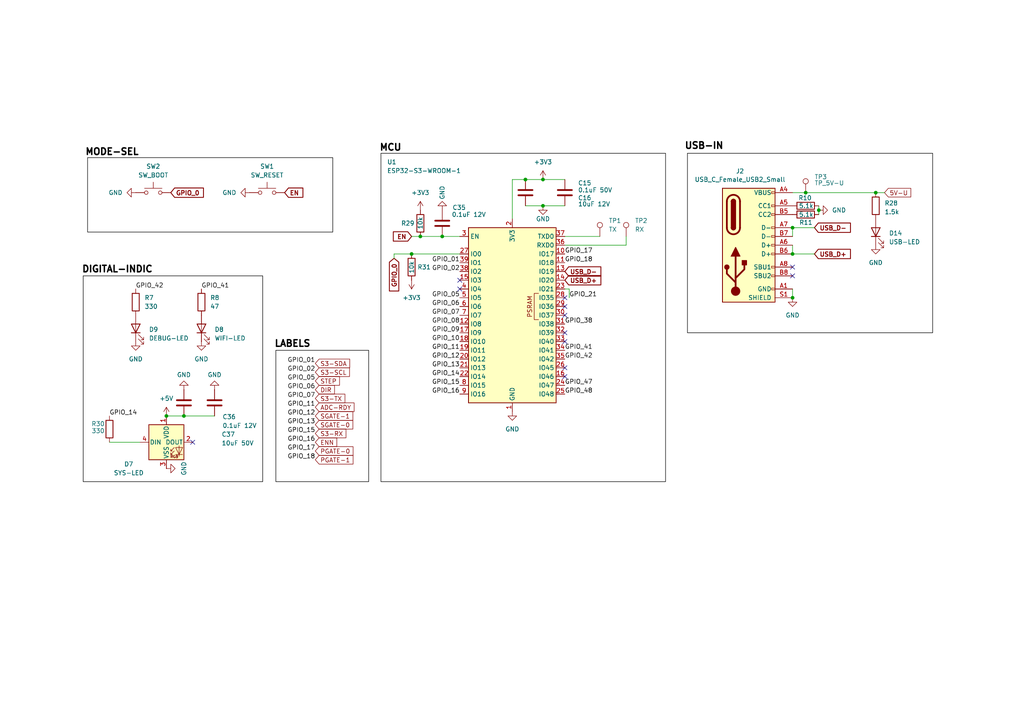
<source format=kicad_sch>
(kicad_sch (version 20231120) (generator "eeschema") (generator_version "8.0")
  (paper "A4")
  (title_block (title "ESP32-S3 Breakout Circuitry") (company "Jeevan Sanchez"))
  (lib_symbols
    (symbol "Connector:TestPoint" (pin_numbers hide) (pin_names (offset 0.762) hide)
      (property "Reference" "TP" (at 0 6.858 0))
      (property "Value" "TestPoint" (at 0 5.08 0))
      (symbol "TestPoint_0_1"
        (circle (center 0 3.302) (radius 0.762))
      )
      (symbol "TestPoint_1_1"
        (pin passive line (at 0 0 90) (length 2.54) (name "1") (number "1"))
      )
    )
    (symbol "Device:C" (pin_numbers hide) (pin_names (offset 0.254))
      (property "Reference" "C" (at 0.635 2.54 0))
      (property "Value" "C" (at 0.635 -2.54 0))
      (symbol "C_0_1"
        (polyline (pts (xy -2.032 -0.762) (xy 2.032 -0.762)) (stroke (width 0.508)))
        (polyline (pts (xy -2.032 0.762) (xy 2.032 0.762)) (stroke (width 0.508)))
      )
      (symbol "C_1_1"
        (pin passive line (at 0 3.81 270) (length 2.794) (name "~") (number "1"))
        (pin passive line (at 0 -3.81 90) (length 2.794) (name "~") (number "2"))
      )
    )
    (symbol "Device:LED" (pin_numbers hide) (pin_names (offset 1.016) hide)
      (property "Reference" "D" (at 0 2.54 0))
      (property "Value" "LED" (at 0 -2.54 0))
      (symbol "LED_0_1"
        (polyline (pts (xy -1.27 -1.27) (xy -1.27 1.27)) (stroke (width 0.254)))
        (polyline (pts (xy -1.27 0) (xy 1.27 0)))
        (polyline (pts (xy 1.27 -1.27) (xy 1.27 1.27) (xy -1.27 0) (xy 1.27 -1.27)) (stroke (width 0.254)))
        (polyline (pts (xy -3.048 -0.762) (xy -4.572 -2.286) (xy -3.81 -2.286) (xy -4.572 -2.286) (xy -4.572 -1.524)))
        (polyline (pts (xy -1.778 -0.762) (xy -3.302 -2.286) (xy -2.54 -2.286) (xy -3.302 -2.286) (xy -3.302 -1.524)))
      )
      (symbol "LED_1_1"
        (pin passive line (at -3.81 0 0) (length 2.54) (name "K") (number "1"))
        (pin passive line (at 3.81 0 180) (length 2.54) (name "A") (number "2"))
      )
    )
    (symbol "Device:R" (pin_numbers hide) (pin_names (offset 0))
      (property "Reference" "R" (at 2.032 0 90))
      (property "Value" "R" (at 0 0 90))
      (symbol "R_0_1"
        (rectangle (start -1.016 -2.54) (end 1.016 2.54) (stroke (width 0.254)))
      )
      (symbol "R_1_1"
        (pin passive line (at 0 3.81 270) (length 1.27) (name "~") (number "1"))
        (pin passive line (at 0 -3.81 90) (length 1.27) (name "~") (number "2"))
      )
    )
    (symbol "LED:WS2812B" (pin_names (offset 0.254))
      (property "Reference" "D" (at 5.08 5.715 0))
      (property "Value" "WS2812B" (at 1.27 -5.715 0))
      (symbol "WS2812B_0_0"
        (text "RGB" (at 2.286 -4.191 0) (effects (font (size 0.762 0.762))))
      )
      (symbol "WS2812B_0_1"
        (polyline (pts (xy 1.27 -3.556) (xy 1.778 -3.556)))
        (polyline (pts (xy 1.27 -2.54) (xy 1.778 -2.54)))
        (polyline (pts (xy 4.699 -3.556) (xy 2.667 -3.556)))
        (polyline (pts (xy 2.286 -2.54) (xy 1.27 -3.556) (xy 1.27 -3.048)))
        (polyline (pts (xy 2.286 -1.524) (xy 1.27 -2.54) (xy 1.27 -2.032)))
        (polyline (pts (xy 3.683 -1.016) (xy 3.683 -3.556) (xy 3.683 -4.064)))
        (polyline (pts (xy 4.699 -1.524) (xy 2.667 -1.524) (xy 3.683 -3.556) (xy 4.699 -1.524)))
        (rectangle (start 5.08 5.08) (end -5.08 -5.08) (stroke (width 0.254)) (fill (type background)))
      )
      (symbol "WS2812B_1_1"
        (pin power_in line (at 0 7.62 270) (length 2.54) (name "VDD") (number "1"))
        (pin output line (at 7.62 0 180) (length 2.54) (name "DOUT") (number "2"))
        (pin power_in line (at 0 -7.62 90) (length 2.54) (name "VSS") (number "3"))
        (pin input line (at -7.62 0 0) (length 2.54) (name "DIN") (number "4"))
      )
    )
    (symbol "RF_Module:ESP32-S3-WROOM-1"
      (property "Reference" "U" (at -12.7 26.67 0))
      (property "Value" "ESP32-S3-WROOM-1" (at 12.7 26.67 0))
      (symbol "ESP32-S3-WROOM-1_0_0"
        (rectangle (start -12.7 25.4) (end 12.7 -25.4) (stroke (width 0.254)) (fill (type background)))
        (text "PSRAM" (at 5.08 2.54 900) (effects (font (size 1.27 1.27))))
      )
      (symbol "ESP32-S3-WROOM-1_0_1"
        (polyline (pts (xy 7.62 -1.27) (xy 6.35 -1.27) (xy 6.35 6.35) (xy 7.62 6.35)))
      )
      (symbol "ESP32-S3-WROOM-1_1_1"
        (pin power_in line (at 0 -27.94 90) (length 2.54) (name "GND") (number "1"))
        (pin bidirectional line (at 15.24 17.78 180) (length 2.54) (name "IO17") (number "10"))
        (pin bidirectional line (at 15.24 15.24 180) (length 2.54) (name "IO18") (number "11"))
        (pin bidirectional line (at -15.24 -2.54 0) (length 2.54) (name "IO8") (number "12"))
        (pin bidirectional line (at 15.24 12.7 180) (length 2.54) (name "IO19") (number "13"))
        (pin bidirectional line (at 15.24 10.16 180) (length 2.54) (name "IO20") (number "14"))
        (pin bidirectional line (at -15.24 10.16 0) (length 2.54) (name "IO3") (number "15"))
        (pin bidirectional line (at 15.24 -17.78 180) (length 2.54) (name "IO46") (number "16"))
        (pin bidirectional line (at -15.24 -5.08 0) (length 2.54) (name "IO9") (number "17"))
        (pin bidirectional line (at -15.24 -7.62 0) (length 2.54) (name "IO10") (number "18"))
        (pin bidirectional line (at -15.24 -10.16 0) (length 2.54) (name "IO11") (number "19"))
        (pin power_in line (at 0 27.94 270) (length 2.54) (name "3V3") (number "2"))
        (pin bidirectional line (at -15.24 -12.7 0) (length 2.54) (name "IO12") (number "20"))
        (pin bidirectional line (at -15.24 -15.24 0) (length 2.54) (name "IO13") (number "21"))
        (pin bidirectional line (at -15.24 -17.78 0) (length 2.54) (name "IO14") (number "22"))
        (pin bidirectional line (at 15.24 7.62 180) (length 2.54) (name "IO21") (number "23"))
        (pin bidirectional line (at 15.24 -20.32 180) (length 2.54) (name "IO47") (number "24"))
        (pin bidirectional line (at 15.24 -22.86 180) (length 2.54) (name "IO48") (number "25"))
        (pin bidirectional line (at 15.24 -15.24 180) (length 2.54) (name "IO45") (number "26"))
        (pin bidirectional line (at -15.24 17.78 0) (length 2.54) (name "IO0") (number "27"))
        (pin bidirectional line (at 15.24 5.08 180) (length 2.54) (name "IO35") (number "28"))
        (pin bidirectional line (at 15.24 2.54 180) (length 2.54) (name "IO36") (number "29"))
        (pin input line (at -15.24 22.86 0) (length 2.54) (name "EN") (number "3"))
        (pin bidirectional line (at 15.24 0 180) (length 2.54) (name "IO37") (number "30"))
        (pin bidirectional line (at 15.24 -2.54 180) (length 2.54) (name "IO38") (number "31"))
        (pin bidirectional line (at 15.24 -5.08 180) (length 2.54) (name "IO39") (number "32"))
        (pin bidirectional line (at 15.24 -7.62 180) (length 2.54) (name "IO40") (number "33"))
        (pin bidirectional line (at 15.24 -10.16 180) (length 2.54) (name "IO41") (number "34"))
        (pin bidirectional line (at 15.24 -12.7 180) (length 2.54) (name "IO42") (number "35"))
        (pin bidirectional line (at 15.24 20.32 180) (length 2.54) (name "RXD0") (number "36"))
        (pin bidirectional line (at 15.24 22.86 180) (length 2.54) (name "TXD0") (number "37"))
        (pin bidirectional line (at -15.24 12.7 0) (length 2.54) (name "IO2") (number "38"))
        (pin bidirectional line (at -15.24 15.24 0) (length 2.54) (name "IO1") (number "39"))
        (pin bidirectional line (at -15.24 7.62 0) (length 2.54) (name "IO4") (number "4"))
        (pin passive line (at 0 -27.94 90) (length 2.54) hide (name "GND") (number "40"))
        (pin passive line (at 0 -27.94 90) (length 2.54) hide (name "GND") (number "41"))
        (pin bidirectional line (at -15.24 5.08 0) (length 2.54) (name "IO5") (number "5"))
        (pin bidirectional line (at -15.24 2.54 0) (length 2.54) (name "IO6") (number "6"))
        (pin bidirectional line (at -15.24 0 0) (length 2.54) (name "IO7") (number "7"))
        (pin bidirectional line (at -15.24 -20.32 0) (length 2.54) (name "IO15") (number "8"))
        (pin bidirectional line (at -15.24 -22.86 0) (length 2.54) (name "IO16") (number "9"))
      )
    )
    (symbol "Switch:SW_Push" (pin_numbers hide) (pin_names (offset 1.016) hide)
      (property "Reference" "SW" (at 1.27 2.54 0))
      (property "Value" "SW_Push" (at 0 -1.524 0))
      (symbol "SW_Push_0_1"
        (circle (center -2.032 0) (radius 0.508))
        (polyline (pts (xy 0 1.27) (xy 0 3.048)))
        (polyline (pts (xy 2.54 1.27) (xy -2.54 1.27)))
        (circle (center 2.032 0) (radius 0.508))
        (pin passive line (at -5.08 0 0) (length 2.54) (name "1") (number "1"))
        (pin passive line (at 5.08 0 180) (length 2.54) (name "2") (number "2"))
      )
    )
    (symbol "USB_C:USB_C_Female_USB2_Small" (pin_names (offset 1.016))
      (property "Reference" "J" (at -10.16 19.05 0))
      (property "Value" "USB_C_Female_USB2_Small" (at 19.05 19.05 0))
      (symbol "USB_C_Female_USB2_Small_0_0"
        (rectangle (start 10.16 -11.684) (end 9.144 -11.176))
        (rectangle (start 10.16 -7.366) (end 9.144 -7.874))
        (rectangle (start 10.16 -4.826) (end 9.144 -5.334))
        (rectangle (start 10.16 -1.016) (end 9.144 -1.524))
        (rectangle (start 10.16 1.524) (end 9.144 1.016))
        (rectangle (start 10.16 4.064) (end 9.144 3.556))
        (rectangle (start 10.16 6.604) (end 9.144 6.096))
        (rectangle (start 10.16 10.414) (end 9.144 9.906))
        (rectangle (start 10.16 12.954) (end 9.144 12.446))
        (rectangle (start 10.16 16.764) (end 9.144 16.256))
      )
      (symbol "USB_C_Female_USB2_Small_0_1"
        (rectangle (start -5.08 17.78) (end 10.16 -15.24) (stroke (width 0.254)) (fill (type background)))
        (circle (center -3.81 -5.08) (radius 0.635) (stroke (width 0.254)) (fill (type outline)))
        (arc (start -3.81 6.35) (mid -1.905 4.4533) (end 0 6.35) (stroke (width 0.508)))
        (arc (start -2.54 6.35) (mid -1.905 5.7177) (end -1.27 6.35) (stroke (width 0.254)))
        (arc (start -2.54 6.35) (mid -1.905 5.7177) (end -1.27 6.35) (stroke (width 0.254)) (fill (type outline)))
        (rectangle (start -2.54 13.97) (end -1.27 6.35) (stroke (width 0.254)) (fill (type outline)))
        (circle (center -1.27 -12.065) (radius 1.27) (fill (type outline)))
        (arc (start -1.27 13.97) (mid -1.905 14.6023) (end -2.54 13.97) (stroke (width 0.254)))
        (arc (start -1.27 13.97) (mid -1.905 14.6023) (end -2.54 13.97) (stroke (width 0.254)) (fill (type outline)))
        (polyline (pts (xy -3.81 6.35) (xy -3.81 13.97)) (stroke (width 0.508)))
        (polyline (pts (xy -1.27 -12.065) (xy -1.27 -1.905)) (stroke (width 0.508)))
        (polyline (pts (xy 0 13.97) (xy 0 6.35)) (stroke (width 0.508)))
        (polyline (pts (xy -1.27 -9.525) (xy -3.81 -6.985) (xy -3.81 -5.715)) (stroke (width 0.508)))
        (polyline (pts (xy -1.27 -8.255) (xy 1.27 -5.715) (xy 1.27 -4.445)) (stroke (width 0.508)))
        (polyline (pts (xy -2.54 -1.905) (xy -1.27 0.635) (xy 0 -1.905) (xy -2.54 -1.905)) (stroke (width 0.254)) (fill (type outline)))
        (arc (start 0 13.97) (mid -1.905 15.8667) (end -3.81 13.97) (stroke (width 0.508)))
        (rectangle (start 0.635 -4.445) (end 1.905 -3.175) (stroke (width 0.254)) (fill (type outline)))
      )
      (symbol "USB_C_Female_USB2_Small_1_1"
        (pin passive line (at 15.24 -11.43 180) (length 5.08) (name "GND") (number "A1"))
        (pin passive line (at 15.24 -11.43 180) (length 5.08) hide (name "GND") (number "A12"))
        (pin passive line (at 15.24 16.51 180) (length 5.08) (name "VBUS") (number "A4"))
        (pin bidirectional line (at 15.24 12.7 180) (length 5.08) (name "CC1") (number "A5"))
        (pin bidirectional line (at 15.24 1.27 180) (length 5.08) (name "D+") (number "A6"))
        (pin bidirectional line (at 15.24 6.35 180) (length 5.08) (name "D-") (number "A7"))
        (pin bidirectional line (at 15.24 -5.08 180) (length 5.08) (name "SBU1") (number "A8"))
        (pin passive line (at 15.24 16.51 180) (length 5.08) hide (name "VBUS") (number "A9"))
        (pin passive line (at 15.24 -11.43 180) (length 5.08) hide (name "GND") (number "B1"))
        (pin passive line (at 15.24 -11.43 180) (length 5.08) hide (name "GND") (number "B12"))
        (pin passive line (at 15.24 16.51 180) (length 5.08) hide (name "VBUS") (number "B4"))
        (pin bidirectional line (at 15.24 10.16 180) (length 5.08) (name "CC2") (number "B5"))
        (pin bidirectional line (at 15.24 -1.27 180) (length 5.08) (name "D+") (number "B6"))
        (pin bidirectional line (at 15.24 3.81 180) (length 5.08) (name "D-") (number "B7"))
        (pin bidirectional line (at 15.24 -7.62 180) (length 5.08) (name "SBU2") (number "B8"))
        (pin passive line (at 15.24 16.51 180) (length 5.08) hide (name "VBUS") (number "B9"))
        (pin passive line (at 15.24 -13.97 180) (length 5.08) (name "SHIELD") (number "S1"))
      )
    )
    (symbol "power:+3V3" (power) (pin_numbers hide) (pin_names (offset 0) hide)
      (property "Value" "+3V3" (at 0 3.556 0))
      (symbol "+3V3_0_1"
        (polyline (pts (xy -0.762 1.27) (xy 0 2.54)))
        (polyline (pts (xy 0 0) (xy 0 2.54)))
        (polyline (pts (xy 0 2.54) (xy 0.762 1.27)))
      )
      (symbol "+3V3_1_1"
        (pin power_in line (at 0 0 90) (length 0) (name "~") (number "1"))
      )
    )
    (symbol "power:+5V" (power) (pin_numbers hide) (pin_names (offset 0) hide)
      (property "Value" "+5V" (at 0 3.556 0))
      (symbol "+5V_0_1"
        (polyline (pts (xy -0.762 1.27) (xy 0 2.54)))
        (polyline (pts (xy 0 0) (xy 0 2.54)))
        (polyline (pts (xy 0 2.54) (xy 0.762 1.27)))
      )
      (symbol "+5V_1_1"
        (pin power_in line (at 0 0 90) (length 0) (name "~") (number "1"))
      )
    )
    (symbol "power:GND" (power) (pin_numbers hide) (pin_names (offset 0) hide)
      (property "Value" "GND" (at 0 -3.81 0))
      (symbol "GND_0_1"
        (polyline (pts (xy 0 0) (xy 0 -1.27) (xy 1.27 -1.27) (xy 0 -2.54) (xy -1.27 -1.27) (xy 0 -1.27)))
      )
      (symbol "GND_1_1"
        (pin power_in line (at 0 0 270) (length 0) (name "~") (number "1"))
      )
    )
  )
  (junction (at 229.87 86.36))
  (junction (at 229.87 73.66))
  (junction (at 121.92 68.58))
  (junction (at 119.38 73.66))
  (junction (at 152.4 52.07))
  (junction (at 254 55.88))
  (junction (at 157.48 52.07))
  (junction (at 48.26 120.65))
  (junction (at 157.48 59.69))
  (junction (at 229.87 66.04))
  (junction (at 237.49 60.96))
  (junction (at 233.68 55.88))
  (junction (at 128.27 68.58))
  (junction (at 53.34 120.65))
  (no_connect (at 163.83 106.68))
  (no_connect (at 163.83 88.9))
  (no_connect (at 163.83 99.06))
  (no_connect (at 229.87 80.01))
  (no_connect (at 133.35 81.28))
  (no_connect (at 163.83 86.36))
  (no_connect (at 55.88 128.27))
  (no_connect (at 163.83 96.52))
  (no_connect (at 163.83 109.22))
  (no_connect (at 163.83 91.44))
  (no_connect (at 133.35 83.82))
  (no_connect (at 229.87 77.47))
  (wire (pts (xy 233.68 55.88) (xy 229.87 55.88)))
  (wire (pts (xy 148.59 52.07) (xy 152.4 52.07)))
  (wire (pts (xy 256.54 55.88) (xy 254 55.88)))
  (wire (pts (xy 163.83 68.58) (xy 173.99 68.58)))
  (wire (pts (xy 31.75 128.27) (xy 40.64 128.27)))
  (wire (pts (xy 119.38 73.66) (xy 114.3 73.66)))
  (wire (pts (xy 229.87 73.66) (xy 236.22 73.66)))
  (wire (pts (xy 229.87 66.04) (xy 236.22 66.04)))
  (wire (pts (xy 119.38 68.58) (xy 121.92 68.58)))
  (wire (pts (xy 133.35 73.66) (xy 119.38 73.66)))
  (wire (pts (xy 237.49 59.69) (xy 237.49 60.96)))
  (wire (pts (xy 128.27 68.58) (xy 133.35 68.58)))
  (wire (pts (xy 157.48 52.07) (xy 163.83 52.07)))
  (wire (pts (xy 229.87 83.82) (xy 229.87 86.36)))
  (wire (pts (xy 53.34 120.65) (xy 62.23 120.65)))
  (wire (pts (xy 181.61 68.58) (xy 181.61 71.12)))
  (wire (pts (xy 121.92 68.58) (xy 128.27 68.58)))
  (wire (pts (xy 152.4 59.69) (xy 157.48 59.69)))
  (wire (pts (xy 152.4 52.07) (xy 157.48 52.07)))
  (wire (pts (xy 165.1 83.82) (xy 163.83 83.82)))
  (wire (pts (xy 237.49 60.96) (xy 237.49 62.23)))
  (wire (pts (xy 148.59 63.5) (xy 148.59 52.07)))
  (wire (pts (xy 229.87 68.58) (xy 229.87 66.04)))
  (wire (pts (xy 157.48 59.69) (xy 163.83 59.69)))
  (wire (pts (xy 165.1 86.36) (xy 165.1 83.82)))
  (wire (pts (xy 229.87 71.12) (xy 229.87 73.66)))
  (wire (pts (xy 254 55.88) (xy 233.68 55.88)))
  (wire (pts (xy 163.83 71.12) (xy 181.61 71.12)))
  (wire (pts (xy 48.26 120.65) (xy 53.34 120.65)))
  (wire (pts (xy 114.3 73.66) (xy 114.3 74.93)))
  (rectangle (start 80.01 101.6) (end 106.934 139.7) (stroke (width 0) (color 0 0 0 1)))
  (rectangle (start 24.13 80.01) (end 76.2 139.7) (stroke (width 0) (color 0 0 0 1)))
  (rectangle (start 199.39 44.45) (end 270.51 96.52) (stroke (width 0) (color 0 0 0 1)))
  (rectangle (start 110.49 44.45) (end 193.04 139.7) (stroke (width 0) (color 0 0 0 1)))
  (rectangle (start 25.4 45.72) (end 96.52 67.31) (stroke (width 0) (color 0 0 0 1)))
  (text "MCU" (at 113.284 42.926 0) (effects (font (size 1.905 1.905) (thickness 0.4064) (bold yes))))
  (text "MODE-SEL" (at 32.512 44.196 0) (effects (font (size 1.905 1.905) (thickness 0.4064) (bold yes))))
  (text "DIGITAL-INDIC" (at 34.036 78.232 0) (effects (font (size 1.905 1.905) (thickness 0.4064) (bold yes))))
  (text "LABELS" (at 84.836 99.822 0) (effects (font (size 1.905 1.905) (thickness 0.4064) (bold yes))))
  (text "USB-IN" (at 204.216 42.418 0) (effects (font (size 1.905 1.905) (thickness 0.4064) (bold yes))))
  (label "GPIO_42" (at 163.83 104.14 0))
  (label "GPIO_12" (at 91.44 120.65 180))
  (label "GPIO_01" (at 91.44 105.41 180))
  (label "GPIO_21" (at 165.1 86.36 0))
  (label "GPIO_02" (at 133.35 78.74 180))
  (label "GPIO_47" (at 163.83 111.76 0))
  (label "GPIO_16" (at 91.44 128.27 180))
  (label "GPIO_07" (at 133.35 91.44 180))
  (label "GPIO_01" (at 133.35 76.2 180))
  (label "GPIO_48" (at 163.83 114.3 0))
  (label "GPIO_05" (at 91.44 110.49 180))
  (label "GPIO_14" (at 133.35 109.22 180))
  (label "GPIO_11" (at 91.44 118.11 180))
  (label "GPIO_13" (at 91.44 123.19 180))
  (label "GPIO_41" (at 163.83 101.6 0))
  (label "GPIO_14" (at 31.75 120.65 0))
  (label "GPIO_13" (at 133.35 106.68 180))
  (label "GPIO_06" (at 133.35 88.9 180))
  (label "GPIO_16" (at 133.35 114.3 180))
  (label "GPIO_07" (at 91.44 115.57 180))
  (label "GPIO_18" (at 91.44 133.35 180))
  (label "GPIO_15" (at 133.35 111.76 180))
  (label "GPIO_17" (at 91.44 130.81 180))
  (label "GPIO_41" (at 58.42 83.82 0))
  (label "GPIO_06" (at 91.44 113.03 180))
  (label "GPIO_09" (at 133.35 96.52 180))
  (label "GPIO_18" (at 163.83 76.2 0))
  (label "GPIO_05" (at 133.35 86.36 180))
  (label "GPIO_17" (at 163.83 73.66 0))
  (label "GPIO_42" (at 39.37 83.82 0))
  (label "GPIO_10" (at 133.35 99.06 180))
  (label "GPIO_38" (at 163.83 93.98 0))
  (label "GPIO_15" (at 91.44 125.73 180))
  (label "GPIO_11" (at 133.35 101.6 180))
  (label "GPIO_08" (at 133.35 93.98 180))
  (label "GPIO_12" (at 133.35 104.14 180))
  (label "GPIO_02" (at 91.44 107.95 180))
  (global_label "PGATE-1" (shape input) (at 91.44 133.35 0) (property "Intersheetrefs" "${INTERSHEET_REFS}" (effects (hide yes))))
  (global_label "S3-SDA" (shape input) (at 91.44 105.41 0) (property "Intersheetrefs" "${INTERSHEET_REFS}" (effects (hide yes))))
  (global_label "S3-RX" (shape input) (at 91.44 125.73 0) (property "Intersheetrefs" "${INTERSHEET_REFS}" (effects (hide yes))))
  (global_label "S3-SCL" (shape input) (at 91.44 107.95 0) (property "Intersheetrefs" "${INTERSHEET_REFS}" (effects (hide yes))))
  (global_label "GPIO_0" (shape input) (at 49.53 55.88 0) (effects (font (thickness 0.254) (bold yes))) (property "Intersheetrefs" "${INTERSHEET_REFS}" (effects (hide yes))))
  (global_label "GPIO_0" (shape input) (at 114.3 74.93 270) (effects (font (thickness 0.254) (bold yes))) (property "Intersheetrefs" "${INTERSHEET_REFS}" (effects (hide yes))))
  (global_label "SGATE-0" (shape input) (at 91.44 123.19 0) (property "Intersheetrefs" "${INTERSHEET_REFS}" (effects (hide yes))))
  (global_label "PGATE-0" (shape input) (at 91.44 130.81 0) (property "Intersheetrefs" "${INTERSHEET_REFS}" (effects (hide yes))))
  (global_label "STEP" (shape input) (at 91.44 110.49 0) (property "Intersheetrefs" "${INTERSHEET_REFS}" (effects (hide yes))))
  (global_label "USB_D-" (shape input) (at 163.83 78.74 0) (effects (font (thickness 0.254) (bold yes))) (property "Intersheetrefs" "${INTERSHEET_REFS}" (effects (hide yes))))
  (global_label "SGATE-1" (shape input) (at 91.44 120.65 0) (property "Intersheetrefs" "${INTERSHEET_REFS}" (effects (hide yes))))
  (global_label "USB_D+" (shape input) (at 236.22 73.66 0) (effects (font (thickness 0.254) (bold yes))) (property "Intersheetrefs" "${INTERSHEET_REFS}" (effects (hide yes))))
  (global_label "DIR" (shape input) (at 91.44 113.03 0) (property "Intersheetrefs" "${INTERSHEET_REFS}" (effects (hide yes))))
  (global_label "EN" (shape input) (at 82.55 55.88 0) (effects (font (thickness 0.254) (bold yes))) (property "Intersheetrefs" "${INTERSHEET_REFS}" (effects (hide yes))))
  (global_label "ADC-RDY" (shape input) (at 91.44 118.11 0) (property "Intersheetrefs" "${INTERSHEET_REFS}" (effects (hide yes))))
  (global_label "EN" (shape input) (at 119.38 68.58 180) (effects (font (thickness 0.254) (bold yes))) (property "Intersheetrefs" "${INTERSHEET_REFS}" (effects (hide yes))))
  (global_label "USB_D-" (shape input) (at 236.22 66.04 0) (effects (font (thickness 0.254) (bold yes))) (property "Intersheetrefs" "${INTERSHEET_REFS}" (effects (hide yes))))
  (global_label "5V-U" (shape input) (at 256.54 55.88 0) (property "Intersheetrefs" "${INTERSHEET_REFS}" (effects (hide yes))))
  (global_label "USB_D+" (shape input) (at 163.83 81.28 0) (effects (font (thickness 0.254) (bold yes))) (property "Intersheetrefs" "${INTERSHEET_REFS}" (effects (hide yes))))
  (global_label "ENN" (shape input) (at 91.44 128.27 0) (property "Intersheetrefs" "${INTERSHEET_REFS}" (effects (hide yes))))
  (global_label "S3-TX" (shape input) (at 91.44 115.57 0) (property "Intersheetrefs" "${INTERSHEET_REFS}" (effects (hide yes))))
  (symbol (lib_id "Device:R") (at 254 59.69 0) (unit 1)
    (property "Reference" "R28" (at 256.54 58.928 0) (effects (justify left)))
    (property "Value" "1.5k" (at 256.54 61.468 0) (effects (justify left)))
    (property "Footprint" "Resistor_SMD:R_0402_1005Metric" (effects (hide yes)))
    (property "Datasheet" "https://industrial.panasonic.com/cdbs/www-data/pdf/RDA0000/AOA0000C304.pdf" (effects (hide yes)))
    (property "Description" "Resistor" (effects (hide yes)))
    (property "MPN" "ERJ-2RKF1501X" (effects (hide yes)))
    (property "Purchase" "Yes" (effects (hide yes)))
  )
  (symbol (lib_id "power:GND") (at 62.23 113.03 180) (unit 1)
    (property "Reference" "#PWR097" (effects (hide yes)))
    (property "Value" "GND" (at 62.23 108.712 0))
    (property "Description" "Power symbol creates a global label with name \"GND\" , ground" (effects (hide yes)))
  )
  (symbol (lib_id "Device:C") (at 163.83 55.88 0) (unit 1)
    (property "Reference" "C16" (at 167.64 57.404 0) (effects (justify left)))
    (property "Value" "10uF 12V" (at 167.64 59.1819 0) (effects (justify left)))
    (property "Footprint" "Capacitor_SMD:C_0603_1608Metric" (effects (hide yes)))
    (property "Datasheet" "https://mm.digikey.com/Volume0/opasdata/d220001/medias/docus/43/CL10X106MO8NRNC_Spec.pdf" (effects (hide yes)))
    (property "Description" "Unpolarized capacitor" (effects (hide yes)))
    (property "LCSC" "C96446" (effects (hide yes)))
    (property "MPN" "CL10X106MO8NRNC" (effects (hide yes)))
    (property "Purchase" "Yes" (effects (hide yes)))
  )
  (symbol (lib_id "power:GND") (at 53.34 113.03 180) (unit 1)
    (property "Reference" "#PWR034" (effects (hide yes)))
    (property "Value" "GND" (at 53.34 108.712 0))
    (property "Description" "Power symbol creates a global label with name \"GND\" , ground" (effects (hide yes)))
  )
  (symbol (lib_id "Device:R") (at 39.37 87.63 0) (unit 1)
    (property "Reference" "R7" (at 41.91 86.3599 0) (effects (justify left)))
    (property "Value" "330" (at 41.91 88.8999 0) (effects (justify left)))
    (property "Footprint" "Resistor_SMD:R_0402_1005Metric" (effects (hide yes)))
    (property "Datasheet" "https://www.we-online.com/components/products/datasheet/150060GS75000.pdf" (effects (hide yes)))
    (property "Description" "Resistor" (effects (hide yes)))
    (property "MPN" "ERJ-2GEJ331X" (effects (hide yes)))
    (property "Purchase" "Yes" (effects (hide yes)))
  )
  (symbol (lib_id "power:GND") (at 157.48 59.69 0) (unit 1)
    (property "Reference" "#PWR035" (effects (hide yes)))
    (property "Value" "GND" (at 157.48 63.5 0))
    (property "Description" "Power symbol creates a global label with name \"GND\" , ground" (effects (hide yes)))
  )
  (symbol (lib_id "Connector:TestPoint") (at 233.68 55.88 0) (unit 1)
    (property "Reference" "TP3" (at 236.22 51.3079 0) (effects (justify left)))
    (property "Value" "TP_5V-U" (at 236.22 53.086 0) (effects (justify left)))
    (property "Footprint" "TestPoint:TestPoint_Pad_1.0x1.0mm" (effects (hide yes)))
    (property "Description" "test point" (effects (hide yes)))
    (property "MPN" "N/A" (effects (hide yes)))
    (property "Purchase" "N/A" (effects (hide yes)))
  )
  (symbol (lib_id "power:GND") (at 148.59 119.38 0) (unit 1)
    (property "Reference" "#PWR036" (effects (hide yes)))
    (property "Value" "GND" (at 148.59 124.46 0))
    (property "Description" "Power symbol creates a global label with name \"GND\" , ground" (effects (hide yes)))
  )
  (symbol (lib_id "power:GND") (at 237.49 60.96 90) (unit 1)
    (property "Reference" "#PWR041" (effects (hide yes)))
    (property "Value" "GND" (at 241.3 60.9599 90) (effects (justify right)))
    (property "Description" "Power symbol creates a global label with name \"GND\" , ground" (effects (hide yes)))
  )
  (symbol (lib_id "power:GND") (at 254 71.12 0) (unit 1)
    (property "Reference" "#PWR094" (effects (hide yes)))
    (property "Value" "GND" (at 254 76.2 0))
    (property "Description" "Power symbol creates a global label with name \"GND\" , ground" (effects (hide yes)))
  )
  (symbol (lib_id "Device:C") (at 62.23 116.84 0) (unit 1)
    (property "Reference" "C36" (at 64.516 120.904 0) (effects (justify left)))
    (property "Value" "0.1uF 12V" (at 64.516 123.444 0) (effects (justify left)))
    (property "Footprint" "Capacitor_SMD:C_0402_1005Metric" (effects (hide yes)))
    (property "Description" "Unpolarized capacitor" (effects (hide yes)))
    (property "MPN" "GRM155R71H104KE14D" (effects (hide yes)))
    (property "Purchase" "Yes" (effects (hide yes)))
  )
  (symbol (lib_id "Device:R") (at 233.68 59.69 90) (unit 1)
    (property "Reference" "R10" (at 235.458 57.404 90) (effects (justify left)))
    (property "Value" "5.1k" (at 235.966 59.69 90) (effects (justify left)))
    (property "Footprint" "Resistor_SMD:R_0603_1608Metric" (effects (hide yes)))
    (property "Datasheet" "https://industrial.panasonic.com/cdbs/www-data/pdf/RDA0000/AOA0000C304.pdf" (effects (hide yes)))
    (property "Description" "Resistor" (effects (hide yes)))
    (property "LCSC" "C23186" (effects (hide yes)))
    (property "MPN" "ERJ-3EKF5101V" (effects (hide yes)))
    (property "Purchase" "Yes" (effects (hide yes)))
  )
  (symbol (lib_id "Device:LED") (at 254 67.31 90) (unit 1)
    (property "Reference" "D14" (at 257.81 67.6274 90) (effects (justify right)))
    (property "Value" "USB-LED" (at 257.81 70.1674 90) (effects (justify right)))
    (property "Footprint" "LED_SMD:LED_0603_1608Metric" (effects (hide yes)))
    (property "Datasheet" "https://www.we-online.com/components/products/datasheet/150060GS75000.pdf" (effects (hide yes)))
    (property "Description" "Light emitting diode" (effects (hide yes)))
    (property "MPN" "150060GS75000" (effects (hide yes)))
    (property "Purchase" "Yes" (effects (hide yes)))
  )
  (symbol (lib_id "power:GND") (at 58.42 99.06 0) (unit 1)
    (property "Reference" "#PWR032" (effects (hide yes)))
    (property "Value" "GND" (at 58.42 104.14 0))
    (property "Description" "Power symbol creates a global label with name \"GND\" , ground" (effects (hide yes)))
  )
  (symbol (lib_id "Device:C") (at 128.27 64.77 180) (unit 1)
    (property "Reference" "C35" (at 135.128 60.198 0) (effects (justify left)))
    (property "Value" "0.1uF 12V" (at 140.97 62.23 0) (effects (justify left)))
    (property "Footprint" "Capacitor_SMD:C_0603_1608Metric" (effects (hide yes)))
    (property "Description" "Unpolarized capacitor" (effects (hide yes)))
    (property "LCSC" "C15849" (effects (hide yes)))
    (property "MPN" "GRM188R71H104KA93D" (effects (hide yes)))
    (property "Purchase" "Yes" (effects (hide yes)))
  )
  (symbol (lib_id "Device:LED") (at 58.42 95.25 90) (unit 1)
    (property "Reference" "D8" (at 62.23 95.5674 90) (effects (justify right)))
    (property "Value" "WIFI-LED" (at 62.23 98.1074 90) (effects (justify right)))
    (property "Footprint" "LED_SMD:LED_0805_2012Metric" (effects (hide yes)))
    (property "Datasheet" "https://www.we-online.com/components/products/datasheet/150080BS75000.pdf" (effects (hide yes)))
    (property "Description" "Light emitting diode" (effects (hide yes)))
    (property "MPN" "150080BS75000" (effects (hide yes)))
    (property "Purchase" "Yes" (effects (hide yes)))
  )
  (symbol (lib_id "power:GND") (at 48.26 135.89 90) (unit 1)
    (property "Reference" "#PWR033" (effects (hide yes)))
    (property "Value" "GND" (at 53.34 135.89 0))
    (property "Description" "Power symbol creates a global label with name \"GND\" , ground" (effects (hide yes)))
  )
  (symbol (lib_id "Switch:SW_Push") (at 77.47 55.88 0) (unit 1)
    (property "Reference" "SW1" (at 77.47 48.26 0))
    (property "Value" "SW_RESET" (at 77.47 50.8 0))
    (property "Footprint" "Button_Switch_THT:SW_PUSH_6mm" (effects (hide yes)))
    (property "Datasheet" "https://www.te.com/commerce/DocumentDelivery/DDEController?Action=srchrtrv&DocNm=Tactile_Switches&DocType=Data%20Sheet&DocLang=English&DocFormat=pdf&PartCntxt=1825910-6" (effects (hide yes)))
    (property "Description" "Push button switch, generic, two pins" (effects (hide yes)))
    (property "MPN" "1825910-6" (effects (hide yes)))
    (property "Purchase" "N/A" (effects (hide yes)))
  )
  (symbol (lib_id "LED:WS2812B") (at 48.26 128.27 0) (unit 1)
    (property "Reference" "D7" (at 37.338 134.62 0))
    (property "Value" "SYS-LED" (at 37.338 137.16 0))
    (property "Footprint" "LED_SMD:LED_WS2812B_PLCC4_5.0x5.0mm_P3.2mm" (effects (hide yes)))
    (property "Datasheet" "https://cdn-shop.adafruit.com/datasheets/WS2812B.pdf" (effects (hide yes)))
    (property "Description" "Adressable RGB LED" (effects (hide yes)))
    (property "Digikey" "1568-COM-16347CT-ND" (effects (hide yes)))
    (property "MPN" "COM-24837" (effects (hide yes)))
    (property "Purchase" "Yes" (effects (hide yes)))
  )
  (symbol (lib_id "power:GND") (at 229.87 86.36 0) (unit 1)
    (property "Reference" "#PWR039" (effects (hide yes)))
    (property "Value" "GND" (at 229.87 91.44 0))
    (property "Description" "Power symbol creates a global label with name \"GND\" , ground" (effects (hide yes)))
  )
  (symbol (lib_id "Device:C") (at 152.4 55.88 0) (unit 1)
    (property "Reference" "C15" (at 167.64 53.086 0) (effects (justify left)))
    (property "Value" "0.1uF 50V" (at 167.64 55.1181 0) (effects (justify left)))
    (property "Footprint" "Capacitor_SMD:C_0603_1608Metric" (effects (hide yes)))
    (property "Description" "Unpolarized capacitor" (effects (hide yes)))
    (property "LCSC" "C14663" (effects (hide yes)))
    (property "MPN" "GRM155R71H104KE14D" (effects (hide yes)))
    (property "Purchase" "Yes" (effects (hide yes)))
  )
  (symbol (lib_id "power:+3V3") (at 157.48 52.07 0) (unit 1)
    (property "Reference" "#PWR042" (effects (hide yes)))
    (property "Value" "+3V3" (at 157.48 46.99 0))
    (property "Description" "Power symbol creates a global label with name \"+3V3\"" (effects (hide yes)))
  )
  (symbol (lib_id "power:GND") (at 128.27 60.96 180) (unit 1)
    (property "Reference" "#PWR096" (effects (hide yes)))
    (property "Value" "GND" (at 128.27 57.912 90) (effects (justify right)))
    (property "Description" "Power symbol creates a global label with name \"GND\" , ground" (effects (hide yes)))
  )
  (symbol (lib_id "power:GND") (at 72.39 55.88 270) (unit 1)
    (property "Reference" "#PWR038" (effects (hide yes)))
    (property "Value" "GND" (at 68.58 55.8799 90) (effects (justify right)))
    (property "Description" "Power symbol creates a global label with name \"GND\" , ground" (effects (hide yes)))
  )
  (symbol (lib_id "Connector:TestPoint") (at 181.61 68.58 0) (unit 1)
    (property "Reference" "TP2" (at 184.15 64.0079 0) (effects (justify left)))
    (property "Value" "RX" (at 184.15 66.5479 0) (effects (justify left)))
    (property "Footprint" "TestPoint:TestPoint_Pad_1.0x1.0mm" (effects (hide yes)))
    (property "Description" "test point" (effects (hide yes)))
    (property "MPN" "N/A" (effects (hide yes)))
    (property "Purchase" "N/A" (effects (hide yes)))
  )
  (symbol (lib_id "power:+3V3") (at 121.92 60.96 0) (unit 1)
    (property "Reference" "#PWR095" (effects (hide yes)))
    (property "Value" "+3V3" (at 121.92 55.88 0))
    (property "Description" "Power symbol creates a global label with name \"+3V3\"" (effects (hide yes)))
  )
  (symbol (lib_id "Device:R") (at 119.38 77.47 180) (unit 1)
    (property "Reference" "R31" (at 124.968 77.47 0) (effects (justify left)))
    (property "Value" "10k" (at 119.38 75.692 90) (effects (justify left)))
    (property "Footprint" "Resistor_SMD:R_0402_1005Metric" (effects (hide yes)))
    (property "Datasheet" "https://industrial.panasonic.com/cdbs/www-data/pdf/RDA0000/AOA0000C304.pdf" (effects (hide yes)))
    (property "Description" "Resistor" (effects (hide yes)))
    (property "LSCS" "C25804" (effects (hide yes)))
    (property "MPN" "ERJ-2RKF1002X" (effects (hide yes)))
    (property "Purchase" "Yes" (effects (hide yes)))
  )
  (symbol (lib_id "USB_C:USB_C_Female_USB2_Small") (at 214.63 72.39 0) (unit 1)
    (property "Reference" "J2" (at 214.63 49.6458 0))
    (property "Value" "USB_C_Female_USB2_Small" (at 214.63 52.07 0))
    (property "Footprint" "USBC-CONN:USB_C_DB-108PWB" (effects (hide yes)))
    (property "Datasheet" "https://www.usb.org/sites/default/files/documents/usb_type-c.zip" (effects (hide yes)))
    (property "Description" "USB-C Connector" (effects (hide yes)))
    (property "JLCPCB" "C5178541" (effects (hide yes)))
    (property "MPN" "USB4105-GF-A-120" (effects (hide yes)))
    (property "Purchase" "Yes" (effects (hide yes)))
  )
  (symbol (lib_id "Device:LED") (at 39.37 95.25 90) (unit 1)
    (property "Reference" "D9" (at 43.18 95.5674 90) (effects (justify right)))
    (property "Value" "DEBUG-LED" (at 43.18 98.1074 90) (effects (justify right)))
    (property "Footprint" "LED_SMD:LED_0805_2012Metric" (effects (hide yes)))
    (property "Datasheet" "150080RS75000" (effects (hide yes)))
    (property "Description" "Light emitting diode" (effects (hide yes)))
    (property "MPN" "150080RS75000" (effects (hide yes)))
    (property "Purchase" "Yes" (effects (hide yes)))
  )
  (symbol (lib_id "Switch:SW_Push") (at 44.45 55.88 0) (unit 1)
    (property "Reference" "SW2" (at 44.45 48.26 0))
    (property "Value" "SW_BOOT" (at 44.45 50.8 0))
    (property "Footprint" "Button_Switch_THT:SW_PUSH_6mm" (effects (hide yes)))
    (property "Datasheet" "https://www.te.com/commerce/DocumentDelivery/DDEController?Action=srchrtrv&DocNm=Tactile_Switches&DocType=Data%20Sheet&DocLang=English&DocFormat=pdf&PartCntxt=1825910-6" (effects (hide yes)))
    (property "Description" "Push button switch, generic, two pins" (effects (hide yes)))
    (property "MPN" "1825910-6" (effects (hide yes)))
    (property "Purchase" "N/A" (effects (hide yes)))
  )
  (symbol (lib_id "Device:R") (at 233.68 62.23 90) (unit 1)
    (property "Reference" "R11" (at 235.712 64.516 90) (effects (justify left)))
    (property "Value" "5.1k" (at 235.966 62.23 90) (effects (justify left)))
    (property "Footprint" "Resistor_SMD:R_0603_1608Metric" (effects (hide yes)))
    (property "Datasheet" "https://industrial.panasonic.com/cdbs/www-data/pdf/RDA0000/AOA0000C304.pdf" (effects (hide yes)))
    (property "Description" "Resistor" (effects (hide yes)))
    (property "LCSC" "C23186" (effects (hide yes)))
    (property "MPN" "ERJ-3EKF5101V" (effects (hide yes)))
    (property "Purchase" "Yes" (effects (hide yes)))
  )
  (symbol (lib_id "RF_Module:ESP32-S3-WROOM-1") (at 148.59 91.44 0) (unit 1)
    (property "Reference" "U1" (at 112.268 46.99 0) (effects (justify left)))
    (property "Value" "ESP32-S3-WROOM-1" (at 112.268 49.53 0) (effects (justify left)))
    (property "Footprint" "ESP32-S3-WROOM-1-N16R2:XCVR_ESP32-S3-WROOM-1-N16R2" (effects (hide yes)))
    (property "Datasheet" "https://www.espressif.com/sites/default/files/documentation/esp32-s3-wroom-1_wroom-1u_datasheet_en.pdf" (effects (hide yes)))
    (property "Description" "RF Module, ESP32-S3 SoC, Wi-Fi 802.11b/g/n, Bluetooth, BLE, 32-bit, 3.3V, onboard antenna, SMD" (effects (hide yes)))
    (property "MPN" "ESP32-S3-WROOM-1-N16R8" (effects (hide yes)))
    (property "Purchase" "Yes" (effects (hide yes)))
  )
  (symbol (lib_id "Device:R") (at 121.92 64.77 0) (unit 1)
    (property "Reference" "R29" (at 116.332 64.77 0) (effects (justify left)))
    (property "Value" "10k" (at 121.92 66.548 90) (effects (justify left)))
    (property "Footprint" "Resistor_SMD:R_0402_1005Metric" (effects (hide yes)))
    (property "Datasheet" "https://industrial.panasonic.com/cdbs/www-data/pdf/RDA0000/AOA0000C304.pdf" (effects (hide yes)))
    (property "Description" "Resistor" (effects (hide yes)))
    (property "LSCS" "C25804" (effects (hide yes)))
    (property "MPN" "ERJ-2RKF1002X" (effects (hide yes)))
    (property "Purchase" "Yes" (effects (hide yes)))
  )
  (symbol (lib_id "Connector:TestPoint") (at 173.99 68.58 0) (unit 1)
    (property "Reference" "TP1" (at 176.53 64.0079 0) (effects (justify left)))
    (property "Value" "TX" (at 176.53 66.5479 0) (effects (justify left)))
    (property "Footprint" "TestPoint:TestPoint_Pad_1.0x1.0mm" (effects (hide yes)))
    (property "Description" "test point" (effects (hide yes)))
    (property "MPN" "N/A" (effects (hide yes)))
    (property "Purchase" "N/A" (effects (hide yes)))
  )
  (symbol (lib_id "Device:C") (at 53.34 116.84 0) (unit 1)
    (property "Reference" "C37" (at 64.262 125.984 0) (effects (justify left)))
    (property "Value" "10uF 50V" (at 64.262 128.524 0) (effects (justify left)))
    (property "Footprint" "Capacitor_SMD:C_1206_3216Metric" (effects (hide yes)))
    (property "Datasheet" "https://mm.digikey.com/Volume0/opasdata/d220001/medias/docus/658/CL31A106KBHNNNE_Spec.pdf" (effects (hide yes)))
    (property "Description" "Unpolarized capacitor" (effects (hide yes)))
    (property "MPN" "CL31A106KBHNNNE" (effects (hide yes)))
    (property "Purchase" "Yes" (effects (hide yes)))
  )
  (symbol (lib_id "power:GND") (at 39.37 99.06 0) (unit 1)
    (property "Reference" "#PWR031" (effects (hide yes)))
    (property "Value" "GND" (at 39.37 104.14 0))
    (property "Description" "Power symbol creates a global label with name \"GND\" , ground" (effects (hide yes)))
  )
  (symbol (lib_id "Device:R") (at 31.75 124.46 180) (unit 1)
    (property "Reference" "R30" (at 28.448 122.936 0))
    (property "Value" "330" (at 28.448 124.968 0))
    (property "Footprint" "Resistor_SMD:R_0402_1005Metric" (effects (hide yes)))
    (property "Datasheet" "https://www.we-online.com/components/products/datasheet/150060GS75000.pdf" (effects (hide yes)))
    (property "Description" "Resistor" (effects (hide yes)))
    (property "MPN" "ERJ-2GEJ331X" (effects (hide yes)))
    (property "Purchase" "Yes" (effects (hide yes)))
  )
  (symbol (lib_id "power:+3V3") (at 119.38 81.28 180) (unit 1)
    (property "Reference" "#PWR0107" (effects (hide yes)))
    (property "Value" "+3V3" (at 119.38 86.36 0))
    (property "Description" "Power symbol creates a global label with name \"+3V3\"" (effects (hide yes)))
  )
  (symbol (lib_id "power:GND") (at 39.37 55.88 270) (unit 1)
    (property "Reference" "#PWR037" (effects (hide yes)))
    (property "Value" "GND" (at 35.56 55.8799 90) (effects (justify right)))
    (property "Description" "Power symbol creates a global label with name \"GND\" , ground" (effects (hide yes)))
  )
  (symbol (lib_id "power:+5V") (at 48.26 120.65 0) (unit 1)
    (property "Reference" "#PWR098" (effects (hide yes)))
    (property "Value" "+5V" (at 48.26 115.57 0))
    (property "Description" "Power symbol creates a global label with name \"+5V\"" (effects (hide yes)))
  )
  (symbol (lib_id "Device:R") (at 58.42 87.63 0) (unit 1)
    (property "Reference" "R8" (at 60.96 86.3599 0) (effects (justify left)))
    (property "Value" "47" (at 60.96 88.8999 0) (effects (justify left)))
    (property "Footprint" "Resistor_SMD:R_0402_1005Metric" (effects (hide yes)))
    (property "Datasheet" "https://www.we-online.com/components/products/datasheet/150060GS75000.pdf" (effects (hide yes)))
    (property "Description" "Resistor" (effects (hide yes)))
    (property "MPN" "ERJ-2GEJ331X" (effects (hide yes)))
    (property "Purchase" "Yes" (effects (hide yes)))
  )
)
</source>
